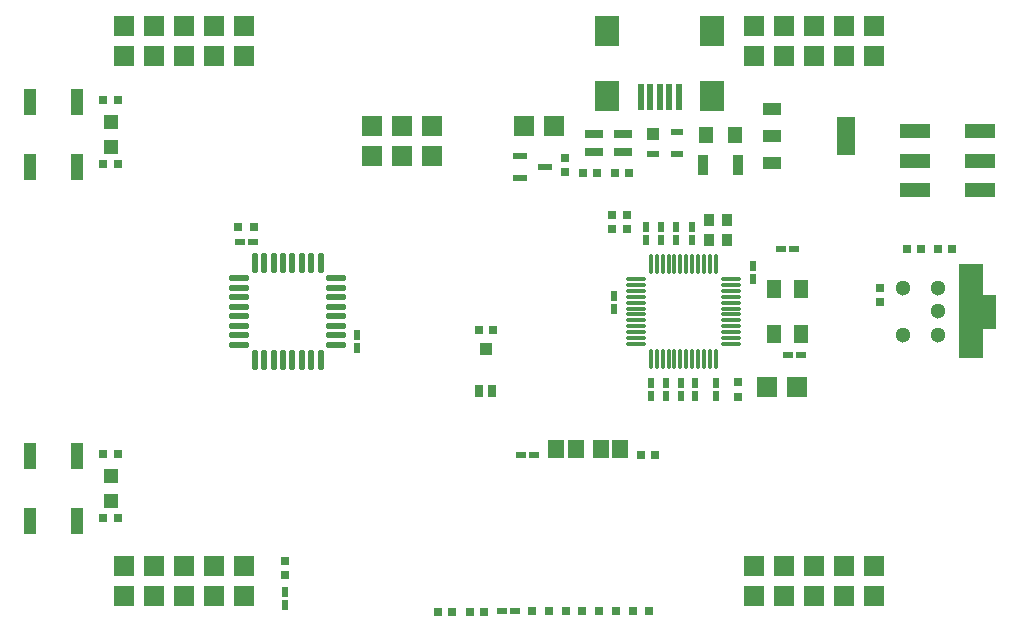
<source format=gtp>
%FSLAX43Y43*%
%MOMM*%
G71*
G01*
G75*
G04 Layer_Color=8421504*
%ADD10R,2.500X1.200*%
%ADD11R,0.800X0.650*%
%ADD12R,0.900X0.600*%
%ADD13R,1.350X1.500*%
%ADD14R,0.762X0.762*%
%ADD15R,0.700X0.700*%
%ADD16O,0.550X1.750*%
%ADD17O,1.750X0.550*%
%ADD18R,0.600X0.900*%
%ADD19R,0.650X0.800*%
%ADD20R,1.200X1.200*%
%ADD21R,1.000X2.250*%
%ADD22R,1.150X1.350*%
%ADD23R,2.000X2.500*%
%ADD24R,0.500X2.300*%
%ADD25R,1.500X3.280*%
%ADD26R,1.500X0.990*%
%ADD27R,0.950X1.750*%
%ADD28R,1.100X1.000*%
%ADD29R,1.100X0.600*%
%ADD30R,1.500X0.800*%
%ADD31R,1.300X0.600*%
%ADD32R,1.300X1.600*%
%ADD33O,0.300X1.700*%
%ADD34O,1.700X0.300*%
%ADD35R,0.800X1.000*%
%ADD36R,1.000X1.000*%
%ADD37R,0.950X1.000*%
%ADD38R,1.000X0.950*%
%ADD39O,0.700X0.250*%
%ADD40O,0.250X0.700*%
%ADD41R,1.400X3.000*%
%ADD42R,2.000X8.000*%
%ADD43C,0.175*%
%ADD44C,0.230*%
%ADD45C,0.150*%
%ADD46C,0.300*%
%ADD47C,0.200*%
%ADD48R,0.900X0.300*%
%ADD49R,1.700X1.700*%
%ADD50C,0.500*%
%ADD51C,1.700*%
%ADD52C,2.000*%
%ADD53C,3.600*%
%ADD54C,1.300*%
%ADD55C,0.550*%
%ADD56C,0.500*%
%ADD57C,1.600*%
%ADD58C,1.500*%
G04:AMPARAMS|DCode=59|XSize=2.524mm|YSize=2.524mm|CornerRadius=0mm|HoleSize=0mm|Usage=FLASHONLY|Rotation=0.000|XOffset=0mm|YOffset=0mm|HoleType=Round|Shape=Relief|Width=0.254mm|Gap=0.254mm|Entries=4|*
%AMTHD59*
7,0,0,2.524,2.016,0.254,45*
%
%ADD59THD59*%
%ADD60C,2.600*%
G04:AMPARAMS|DCode=61|XSize=4.624mm|YSize=4.624mm|CornerRadius=0mm|HoleSize=0mm|Usage=FLASHONLY|Rotation=0.000|XOffset=0mm|YOffset=0mm|HoleType=Round|Shape=Relief|Width=0.254mm|Gap=0.254mm|Entries=4|*
%AMTHD61*
7,0,0,4.624,4.116,0.254,45*
%
%ADD61THD61*%
G04:AMPARAMS|DCode=62|XSize=2.424mm|YSize=2.424mm|CornerRadius=0mm|HoleSize=0mm|Usage=FLASHONLY|Rotation=0.000|XOffset=0mm|YOffset=0mm|HoleType=Round|Shape=Relief|Width=0.254mm|Gap=0.254mm|Entries=4|*
%AMTHD62*
7,0,0,2.424,1.916,0.254,45*
%
%ADD62THD62*%
%ADD63C,0.850*%
%ADD64C,3.700*%
%ADD65R,2.400X0.800*%
%ADD66R,2.200X0.350*%
%ADD67C,1.270*%
%ADD68R,0.300X0.900*%
%ADD69C,0.800*%
%ADD70C,0.250*%
%ADD71C,0.254*%
%ADD72C,0.125*%
%ADD73C,0.640*%
%ADD74C,0.100*%
%ADD75R,1.750X1.750*%
%ADD76R,1.700X1.700*%
D10*
X82575Y37275D02*
D03*
Y39775D02*
D03*
Y42275D02*
D03*
X77075D02*
D03*
Y39775D02*
D03*
Y37275D02*
D03*
D11*
X8400Y39500D02*
D03*
X9600D02*
D03*
X40605Y1575D02*
D03*
X39405D02*
D03*
X37913D02*
D03*
X36713D02*
D03*
X55134Y14884D02*
D03*
X53934D02*
D03*
X51500Y35200D02*
D03*
X52700D02*
D03*
X51500Y34000D02*
D03*
X52700D02*
D03*
X8400Y44900D02*
D03*
X9600D02*
D03*
X8400Y14900D02*
D03*
X9600D02*
D03*
X8400Y9500D02*
D03*
X9600D02*
D03*
X51700Y38700D02*
D03*
X52900D02*
D03*
X50200D02*
D03*
X49000D02*
D03*
X40176Y25445D02*
D03*
X41376D02*
D03*
X76425Y32275D02*
D03*
X77625D02*
D03*
X79050D02*
D03*
X80250D02*
D03*
D12*
X43773Y14859D02*
D03*
X44873D02*
D03*
X42125Y1600D02*
D03*
X43225D02*
D03*
X19950Y32900D02*
D03*
X21050D02*
D03*
X66350Y23300D02*
D03*
X67450D02*
D03*
X65750Y32300D02*
D03*
X66850D02*
D03*
D13*
X46724Y15316D02*
D03*
X48374D02*
D03*
X52158D02*
D03*
X50508D02*
D03*
D14*
X47550Y1600D02*
D03*
X48947D02*
D03*
X51772D02*
D03*
X50375D02*
D03*
X54624D02*
D03*
X53227D02*
D03*
X46122D02*
D03*
X44725D02*
D03*
D15*
X21175Y34150D02*
D03*
X19775D02*
D03*
D16*
X21200Y31125D02*
D03*
X22000D02*
D03*
X22800D02*
D03*
X23600D02*
D03*
X24400D02*
D03*
X25200D02*
D03*
X26000D02*
D03*
X26800D02*
D03*
Y22875D02*
D03*
X26000D02*
D03*
X25200D02*
D03*
X24400D02*
D03*
X23600D02*
D03*
X22800D02*
D03*
X22000D02*
D03*
X21200D02*
D03*
D17*
X28125Y29800D02*
D03*
Y29000D02*
D03*
Y28200D02*
D03*
Y27400D02*
D03*
Y26600D02*
D03*
Y25800D02*
D03*
Y25000D02*
D03*
Y24200D02*
D03*
X19875D02*
D03*
Y25000D02*
D03*
Y25800D02*
D03*
Y26600D02*
D03*
Y27400D02*
D03*
Y28200D02*
D03*
Y29000D02*
D03*
Y29800D02*
D03*
D18*
X29900Y23900D02*
D03*
Y25000D02*
D03*
X63400Y30850D02*
D03*
Y29750D02*
D03*
X60300Y19850D02*
D03*
Y20950D02*
D03*
X55600Y34150D02*
D03*
Y33050D02*
D03*
X56900Y34150D02*
D03*
Y33050D02*
D03*
X58200Y34150D02*
D03*
Y33050D02*
D03*
X57300Y19850D02*
D03*
Y20950D02*
D03*
X58500Y19850D02*
D03*
Y20950D02*
D03*
X54800Y19850D02*
D03*
Y20950D02*
D03*
X56000Y19850D02*
D03*
Y20950D02*
D03*
X54300Y34150D02*
D03*
Y33050D02*
D03*
X51600Y28350D02*
D03*
Y27250D02*
D03*
X23800Y3250D02*
D03*
Y2150D02*
D03*
D19*
X74125Y27825D02*
D03*
Y29025D02*
D03*
X47500Y40000D02*
D03*
Y38800D02*
D03*
X62100Y21000D02*
D03*
Y19800D02*
D03*
X23800Y4700D02*
D03*
Y5900D02*
D03*
D20*
X9000Y43050D02*
D03*
Y40950D02*
D03*
Y13050D02*
D03*
Y10950D02*
D03*
D21*
X2200Y39250D02*
D03*
Y44750D02*
D03*
X6200D02*
D03*
Y39250D02*
D03*
X2200Y9250D02*
D03*
Y14750D02*
D03*
X6200D02*
D03*
Y9250D02*
D03*
D22*
X59375Y41925D02*
D03*
X61875D02*
D03*
D23*
X59950Y50750D02*
D03*
X51050D02*
D03*
X59950Y45250D02*
D03*
X51050D02*
D03*
D24*
X57100Y45150D02*
D03*
X56300D02*
D03*
X55500D02*
D03*
X54700D02*
D03*
X53900D02*
D03*
D25*
X71300Y41890D02*
D03*
D26*
X65000Y39600D02*
D03*
Y41890D02*
D03*
Y44180D02*
D03*
D27*
X62100Y39425D02*
D03*
X59150D02*
D03*
D28*
X54900Y42000D02*
D03*
D29*
Y40300D02*
D03*
X57000D02*
D03*
Y42200D02*
D03*
D30*
X52400Y42000D02*
D03*
X49900D02*
D03*
Y40500D02*
D03*
X52400D02*
D03*
D31*
X45800Y39250D02*
D03*
X43700Y38300D02*
D03*
Y40200D02*
D03*
D32*
X67450Y25100D02*
D03*
Y28900D02*
D03*
X65150D02*
D03*
Y25100D02*
D03*
D33*
X54750Y31050D02*
D03*
X55250D02*
D03*
X55750D02*
D03*
X56250D02*
D03*
X56750D02*
D03*
X57250D02*
D03*
X57750D02*
D03*
X58250D02*
D03*
X58750D02*
D03*
X59250D02*
D03*
X59750D02*
D03*
X60250D02*
D03*
Y22950D02*
D03*
X59750D02*
D03*
X59250D02*
D03*
X58750D02*
D03*
X58250D02*
D03*
X57750D02*
D03*
X57250D02*
D03*
X56750D02*
D03*
X56250D02*
D03*
X55750D02*
D03*
X55250D02*
D03*
X54750D02*
D03*
D34*
X61550Y29750D02*
D03*
Y29250D02*
D03*
Y28750D02*
D03*
Y28250D02*
D03*
Y27750D02*
D03*
Y27250D02*
D03*
Y26750D02*
D03*
Y26250D02*
D03*
Y25750D02*
D03*
Y25250D02*
D03*
Y24750D02*
D03*
Y24250D02*
D03*
X53450D02*
D03*
Y24750D02*
D03*
Y25250D02*
D03*
Y25750D02*
D03*
Y26250D02*
D03*
Y26750D02*
D03*
Y27250D02*
D03*
Y27750D02*
D03*
Y28250D02*
D03*
Y28750D02*
D03*
Y29250D02*
D03*
Y29750D02*
D03*
D35*
X40217Y20295D02*
D03*
X41317D02*
D03*
D36*
X40767Y23845D02*
D03*
D37*
X61200Y34750D02*
D03*
Y33050D02*
D03*
X59700Y34750D02*
D03*
Y33050D02*
D03*
D41*
X83275Y26925D02*
D03*
D42*
X81875Y27000D02*
D03*
D54*
X76075Y29000D02*
D03*
Y25000D02*
D03*
X79075D02*
D03*
Y27000D02*
D03*
Y29000D02*
D03*
D75*
X10160Y48660D02*
D03*
Y51200D02*
D03*
X12700Y48660D02*
D03*
Y51200D02*
D03*
X15240Y48660D02*
D03*
Y51200D02*
D03*
X17780Y48660D02*
D03*
Y51200D02*
D03*
X20320Y48660D02*
D03*
Y51200D02*
D03*
X73660D02*
D03*
Y48660D02*
D03*
X71120Y51200D02*
D03*
Y48660D02*
D03*
X68580Y51200D02*
D03*
Y48660D02*
D03*
X66040Y51200D02*
D03*
Y48660D02*
D03*
X63500Y51200D02*
D03*
Y48660D02*
D03*
X20320Y5480D02*
D03*
Y2940D02*
D03*
X17780Y5480D02*
D03*
Y2940D02*
D03*
X15240Y5480D02*
D03*
Y2940D02*
D03*
X12700Y5480D02*
D03*
Y2940D02*
D03*
X10160Y5480D02*
D03*
Y2940D02*
D03*
X73660Y5480D02*
D03*
Y2940D02*
D03*
X71120Y5480D02*
D03*
Y2940D02*
D03*
X68580Y5480D02*
D03*
Y2940D02*
D03*
X66040Y5480D02*
D03*
Y2940D02*
D03*
X63500Y5480D02*
D03*
Y2940D02*
D03*
X36240Y42700D02*
D03*
Y40160D02*
D03*
X33700Y42700D02*
D03*
Y40160D02*
D03*
X31160Y42700D02*
D03*
Y40160D02*
D03*
D76*
X44030Y42700D02*
D03*
X46570D02*
D03*
X64600Y20598D02*
D03*
X67140D02*
D03*
M02*

</source>
